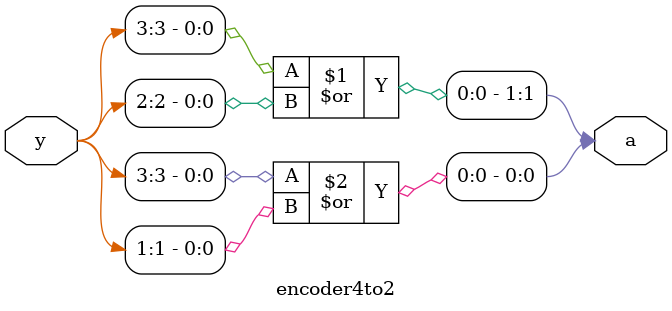
<source format=v>
module encoder4to2(y,a);
    input[3:0]y;
    output[1:0]a;
    assign a[1]= y[3] | y[2];
    assign a[0]= y[3] | y[1];
    
    
endmodule

</source>
